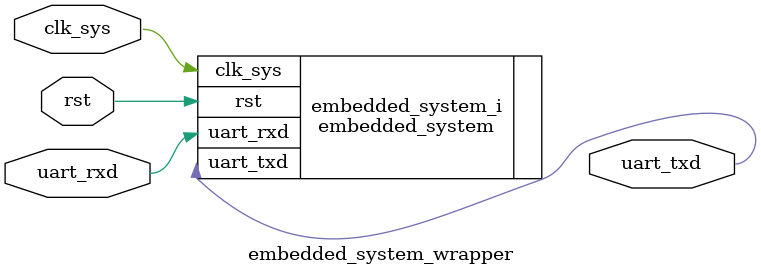
<source format=v>
`timescale 1 ps / 1 ps

module embedded_system_wrapper
   (clk_sys,
    rst,
    uart_rxd,
    uart_txd);
  input clk_sys;
  input rst;
  input uart_rxd;
  output uart_txd;

  wire clk_sys;
  wire rst;
  wire uart_rxd;
  wire uart_txd;

  embedded_system embedded_system_i
       (.clk_sys(clk_sys),
        .rst(rst),
        .uart_rxd(uart_rxd),
        .uart_txd(uart_txd));
endmodule

</source>
